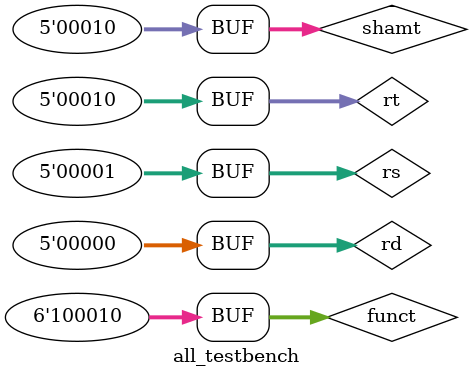
<source format=v>
module all_testbench;

// input and output test signals
reg [4:0] rs, rt, rd, shamt;
reg [5:0] funct;

glob glob(); //Initialize 32 32-bit registers to zeros
alu alu(rs, rt, rd, shamt, funct);

initial
begin
glob.r[0] = 32'b00000000000000000000000000000001;
glob.r[1] = 32'b00000000000000000000000000000010;
rs = 5'b00000;
rt = 5'b00001;
rd = 5'b00010;
funct = 6'b100000; //add
#5;
rs = 5'b00000;
rt = 5'b00010;
rd = 5'b00001;
#5;
rt = 5'b00001;
rd = 5'b00010;
shamt = 5'b00010;
funct = 6'b000010; //srl
#5;
rs = 5'b00001;
rt = 5'b00010;
rd = 5'b00000;
funct = 6'b100010; //sub
end

initial
$monitor("rs = %b rt = %b rd = %b r0 = %b r1 = %b r2 = %b funct = %b shamt = %b", rs, rt, rd, glob.r[0], glob.r[1], glob.r[2], funct, shamt);

initial
$dumpvars;

endmodule

</source>
